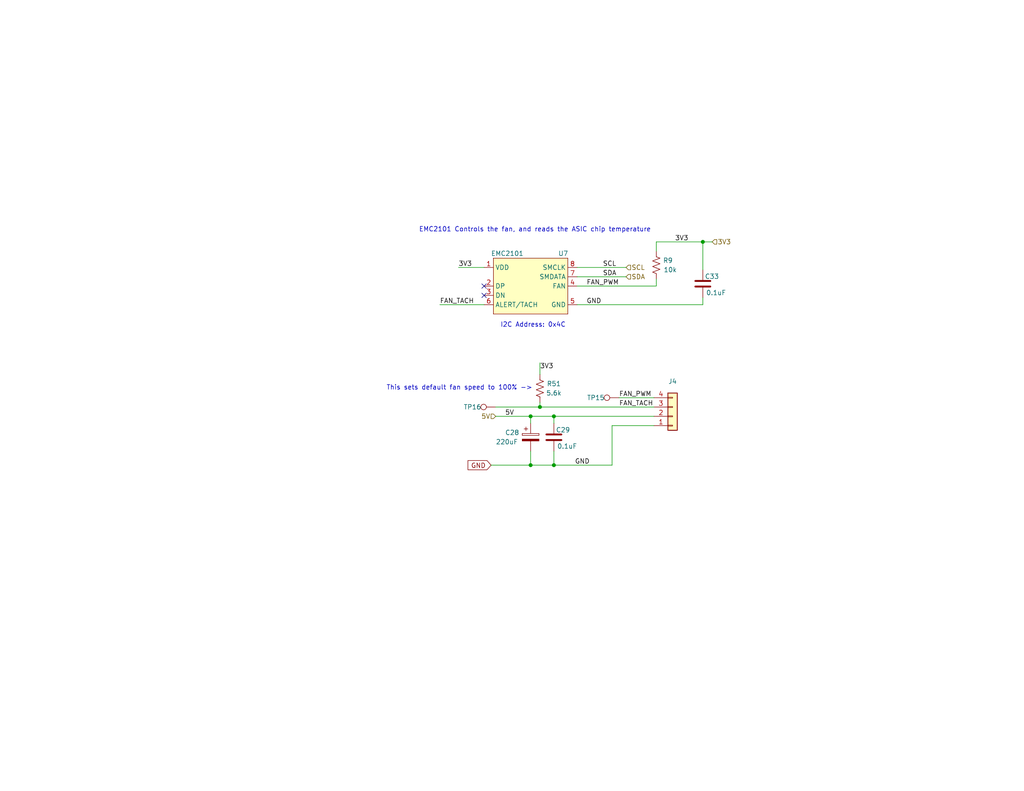
<source format=kicad_sch>
(kicad_sch (version 20231120) (generator "eeschema") (generator_version "8.0")
  (paper "A")
  (title_block (title "Bitaxe Ultra") (date "2023-12-15") (rev "205"))
  (lib_symbols
    (symbol "Connector:TestPoint" (pin_numbers hide) (pin_names (offset 0.762) hide)
      (property "Reference" "TP" (at 0 6.858 0))
      (property "Value" "TestPoint" (at 0 5.08 0))
      (symbol "TestPoint_0_1"
        (circle (center 0 3.302) (radius 0.762))
      )
      (symbol "TestPoint_1_1"
        (pin passive line (at 0 0 90) (length 2.54) (name "1") (number "1"))
      )
    )
    (symbol "Connector_Generic:Conn_01x04" (pin_names (offset 1.016) hide)
      (property "Reference" "J" (at 0 5.08 0))
      (property "Value" "Conn_01x04" (at 0 -7.62 0))
      (symbol "Conn_01x04_1_1"
        (rectangle (start -1.27 -4.953) (end 0 -5.207) (stroke (width 0.1524)))
        (rectangle (start -1.27 -2.413) (end 0 -2.667) (stroke (width 0.1524)))
        (rectangle (start -1.27 0.127) (end 0 -0.127) (stroke (width 0.1524)))
        (rectangle (start -1.27 2.667) (end 0 2.413) (stroke (width 0.1524)))
        (rectangle (start -1.27 3.81) (end 1.27 -6.35) (stroke (width 0.254)) (fill (type background)))
        (pin passive line (at -5.08 2.54 0) (length 3.81) (name "Pin_1") (number "1"))
        (pin passive line (at -5.08 0 0) (length 3.81) (name "Pin_2") (number "2"))
        (pin passive line (at -5.08 -2.54 0) (length 3.81) (name "Pin_3") (number "3"))
        (pin passive line (at -5.08 -5.08 0) (length 3.81) (name "Pin_4") (number "4"))
      )
    )
    (symbol "Device:C" (pin_numbers hide) (pin_names (offset 0.254))
      (property "Reference" "C" (at 0.635 2.54 0))
      (property "Value" "C" (at 0.635 -2.54 0))
      (symbol "C_0_1"
        (polyline (pts (xy -2.032 -0.762) (xy 2.032 -0.762)) (stroke (width 0.508)))
        (polyline (pts (xy -2.032 0.762) (xy 2.032 0.762)) (stroke (width 0.508)))
      )
      (symbol "C_1_1"
        (pin passive line (at 0 3.81 270) (length 2.794) (name "~") (number "1"))
        (pin passive line (at 0 -3.81 90) (length 2.794) (name "~") (number "2"))
      )
    )
    (symbol "Device:C_Polarized" (pin_numbers hide) (pin_names (offset 0.254))
      (property "Reference" "C" (at 0.635 2.54 0))
      (property "Value" "C_Polarized" (at 0.635 -2.54 0))
      (symbol "C_Polarized_0_1"
        (rectangle (start -2.286 0.508) (end 2.286 1.016))
        (polyline (pts (xy -1.778 2.286) (xy -0.762 2.286)))
        (polyline (pts (xy -1.27 2.794) (xy -1.27 1.778)))
        (rectangle (start 2.286 -0.508) (end -2.286 -1.016) (fill (type outline)))
      )
      (symbol "C_Polarized_1_1"
        (pin passive line (at 0 3.81 270) (length 2.794) (name "~") (number "1"))
        (pin passive line (at 0 -3.81 90) (length 2.794) (name "~") (number "2"))
      )
    )
    (symbol "Device:R_US" (pin_numbers hide) (pin_names (offset 0))
      (property "Reference" "R" (at 2.54 0 90))
      (property "Value" "R_US" (at -2.54 0 90))
      (symbol "R_US_0_1"
        (polyline (pts (xy 0 -2.286) (xy 0 -2.54)))
        (polyline (pts (xy 0 2.286) (xy 0 2.54)))
        (polyline (pts (xy 0 -0.762) (xy 1.016 -1.143) (xy 0 -1.524) (xy -1.016 -1.905) (xy 0 -2.286)))
        (polyline (pts (xy 0 0.762) (xy 1.016 0.381) (xy 0 0) (xy -1.016 -0.381) (xy 0 -0.762)))
        (polyline (pts (xy 0 2.286) (xy 1.016 1.905) (xy 0 1.524) (xy -1.016 1.143) (xy 0 0.762)))
      )
      (symbol "R_US_1_1"
        (pin passive line (at 0 3.81 270) (length 1.27) (name "~") (number "1"))
        (pin passive line (at 0 -3.81 90) (length 1.27) (name "~") (number "2"))
      )
    )
    (symbol "bitaxe:EMC2101"
      (property "Reference" "U7" (at 8.89 8.89 0))
      (property "Value" "EMC2101" (at -6.35 8.89 0))
      (symbol "EMC2101_0_1"
        (rectangle (start -10.16 7.62) (end 10.16 -7.62) (stroke (width 0.1524)) (fill (type background)))
      )
      (symbol "EMC2101_1_1"
        (pin power_in line (at -12.7 5.08 0) (length 2.54) (name "VDD") (number "1"))
        (pin input line (at -12.7 0 0) (length 2.54) (name "DP") (number "2"))
        (pin input line (at -12.7 -2.54 0) (length 2.54) (name "DN") (number "3"))
        (pin output line (at 12.7 0 180) (length 2.54) (name "FAN") (number "4"))
        (pin power_in line (at 12.7 -5.08 180) (length 2.54) (name "GND") (number "5"))
        (pin input line (at -12.7 -5.08 0) (length 2.54) (name "ALERT/TACH") (number "6"))
        (pin input line (at 12.7 2.54 180) (length 2.54) (name "SMDATA") (number "7"))
        (pin input line (at 12.7 5.08 180) (length 2.54) (name "SMCLK") (number "8"))
      )
    )
  )
  (junction (at 191.77 66.04))
  (junction (at 151.13 113.665))
  (junction (at 147.32 111.125))
  (junction (at 144.78 113.665))
  (junction (at 144.78 127))
  (junction (at 151.13 127))
  (no_connect (at 132.08 78.105))
  (no_connect (at 132.08 80.645))
  (wire (pts (xy 157.48 73.025) (xy 170.815 73.025)))
  (wire (pts (xy 144.78 123.19) (xy 144.78 127)))
  (wire (pts (xy 135.255 111.125) (xy 147.32 111.125)))
  (wire (pts (xy 144.78 127) (xy 151.13 127)))
  (wire (pts (xy 179.07 66.04) (xy 191.77 66.04)))
  (wire (pts (xy 194.31 66.04) (xy 191.77 66.04)))
  (wire (pts (xy 120.015 83.185) (xy 132.08 83.185)))
  (wire (pts (xy 147.32 111.125) (xy 178.435 111.125)))
  (wire (pts (xy 157.48 75.565) (xy 170.815 75.565)))
  (wire (pts (xy 144.78 113.665) (xy 151.13 113.665)))
  (wire (pts (xy 125.095 73.025) (xy 132.08 73.025)))
  (wire (pts (xy 167.005 116.205) (xy 167.005 127)))
  (wire (pts (xy 191.77 81.28) (xy 191.77 83.185)))
  (wire (pts (xy 191.77 66.04) (xy 191.77 73.66)))
  (wire (pts (xy 179.07 66.04) (xy 179.07 68.58)))
  (wire (pts (xy 151.13 113.665) (xy 178.435 113.665)))
  (wire (pts (xy 151.13 113.665) (xy 151.13 115.57)))
  (wire (pts (xy 179.07 78.105) (xy 179.07 76.2)))
  (wire (pts (xy 167.005 116.205) (xy 178.435 116.205)))
  (wire (pts (xy 168.91 108.585) (xy 178.435 108.585)))
  (wire (pts (xy 157.48 83.185) (xy 191.77 83.185)))
  (wire (pts (xy 147.32 109.855) (xy 147.32 111.125)))
  (wire (pts (xy 157.48 78.105) (xy 179.07 78.105)))
  (wire (pts (xy 135.255 113.665) (xy 144.78 113.665)))
  (wire (pts (xy 133.985 127) (xy 144.78 127)))
  (wire (pts (xy 144.78 113.665) (xy 144.78 115.57)))
  (wire (pts (xy 151.13 127) (xy 167.005 127)))
  (wire (pts (xy 147.32 99.06) (xy 147.32 102.235)))
  (wire (pts (xy 151.13 123.19) (xy 151.13 127)))
  (text "EMC2101 Controls the fan, and reads the ASIC chip temperature" (at 114.3 63.5 0) (effects (font (size 1.27 1.27)) (justify left bottom)))
  (text "This sets default fan speed to 100% ->" (at 105.41 106.68 0) (effects (font (size 1.27 1.27)) (justify left bottom)))
  (text "I2C Address: 0x4C" (at 136.525 89.535 0) (effects (font (size 1.27 1.27)) (justify left bottom)))
  (label "FAN_PWM" (at 160.02 78.105 0))
  (label "GND" (at 160.02 83.185 0))
  (label "SCL" (at 164.465 73.025 0))
  (label "3V3" (at 147.32 100.965 0))
  (label "FAN_TACH" (at 120.015 83.185 0))
  (label "GND" (at 156.845 127 0))
  (label "FAN_PWM" (at 168.91 108.585 0))
  (label "3V3" (at 184.15 66.04 0))
  (label "3V3" (at 125.095 73.025 0))
  (label "5V" (at 137.795 113.665 0))
  (label "SDA" (at 164.465 75.565 0))
  (label "FAN_TACH" (at 168.91 111.125 0))
  (global_label "GND" (shape input) (at 133.985 127 180) (property "Intersheetrefs" "${INTERSHEET_REFS}" (effects (hide yes))))
  (hierarchical_label "5V" (shape input) (at 135.255 113.665 180))
  (hierarchical_label "SCL" (shape input) (at 170.815 73.025 0))
  (hierarchical_label "SDA" (shape input) (at 170.815 75.565 0))
  (hierarchical_label "3V3" (shape input) (at 194.31 66.04 0))
  (symbol (lib_id "Connector:TestPoint") (at 168.91 108.585 90) (mirror x) (unit 1) (in_bom no)
    (property "Reference" "TP15" (at 162.56 108.585 90))
    (property "Value" "TestPoint" (effects (hide yes)))
    (property "Footprint" "TestPoint:TestPoint_Pad_D1.5mm" (effects (hide yes)))
  )
  (symbol (lib_id "Device:R_US") (at 147.32 106.045 180) (unit 1)
    (property "Reference" "R51" (at 151.13 104.775 0))
    (property "Value" "5.6k" (at 151.13 107.315 0))
    (property "Footprint" "Resistor_SMD:R_0402_1005Metric" (effects (hide yes)))
    (property "DK" "13-RC0402FR-135K6LCT-ND" (effects (hide yes)))
    (property "PARTNO" "RC0402FR-135K6L" (effects (hide yes)))
  )
  (symbol (lib_id "Device:C") (at 191.77 77.47 0) (mirror y) (unit 1)
    (property "Reference" "C33" (at 196.215 76.2 0) (effects (justify left bottom)))
    (property "Value" "0.1uF" (at 198.12 80.645 0) (effects (justify left bottom)))
    (property "Footprint" "Capacitor_SMD:C_0402_1005Metric" (effects (hide yes)))
    (property "DK" "1292-1639-1-ND" (effects (hide yes)))
    (property "PARTNO" "0402X104K100CT" (effects (hide yes)))
  )
  (symbol (lib_id "Device:C") (at 151.13 119.38 0) (mirror y) (unit 1)
    (property "Reference" "C29" (at 155.575 118.11 0) (effects (justify left bottom)))
    (property "Value" "0.1uF" (at 157.48 122.555 0) (effects (justify left bottom)))
    (property "Footprint" "Capacitor_SMD:C_0402_1005Metric" (effects (hide yes)))
    (property "DK" "1292-1639-1-ND" (effects (hide yes)))
    (property "PARTNO" "0402X104K100CT" (effects (hide yes)))
  )
  (symbol (lib_id "Connector_Generic:Conn_01x04") (at 183.515 113.665 0) (mirror x) (unit 1)
    (property "Reference" "J4" (at 183.515 104.14 0))
    (property "Value" "Conn_01x04" (effects (hide yes)))
    (property "Footprint" "bitaxe:470531000" (effects (hide yes)))
    (property "PARTNO" "0470531000" (effects (hide yes)))
    (property "DK" "WM4330-ND" (effects (hide yes)))
  )
  (symbol (lib_id "Connector:TestPoint") (at 135.255 111.125 90) (mirror x) (unit 1) (in_bom no)
    (property "Reference" "TP16" (at 128.905 111.125 90))
    (property "Value" "TestPoint" (effects (hide yes)))
    (property "Footprint" "TestPoint:TestPoint_Pad_D1.5mm" (effects (hide yes)))
  )
  (symbol (lib_id "Device:C_Polarized") (at 144.78 119.38 0) (unit 1)
    (property "Reference" "C28" (at 137.795 118.11 0) (effects (justify left)))
    (property "Value" "220uF" (at 135.255 120.65 0) (effects (justify left)))
    (property "Footprint" "Capacitor_SMD:CP_Elec_6.3x7.7" (effects (hide yes)))
    (property "DK" "732-8422-1-ND" (effects (hide yes)))
    (property "PARTNO" "865080345012" (effects (hide yes)))
  )
  (symbol (lib_id "Device:R_US") (at 179.07 72.39 180) (unit 1)
    (property "Reference" "R9" (at 182.245 71.12 0))
    (property "Value" "10k" (at 182.88 73.66 0))
    (property "Footprint" "Resistor_SMD:R_0402_1005Metric" (effects (hide yes)))
    (property "DK" "311-10KJRCT-ND" (effects (hide yes)))
    (property "PARTNO" "RC0402JR-0710KL" (effects (hide yes)))
  )
  (symbol (lib_id "bitaxe:EMC2101") (at 144.78 78.105 0) (unit 1)
    (property "Reference" "U7" (at 153.67 69.215 0))
    (property "Value" "EMC2101" (at 138.43 69.215 0))
    (property "Footprint" "Package_SO:TSSOP-8_3x3mm_P0.65mm" (effects (hide yes)))
    (property "Datasheet" "https://ww1.microchip.com/downloads/en/DeviceDoc/2101.pdf" (effects (hide yes)))
    (property "DK" "EMC2101-R-ACZL-CT-ND" (effects (hide yes)))
    (property "PARTNO" "EMC2101-R-ACZL-TR" (effects (hide yes)))
  )
)
</source>
